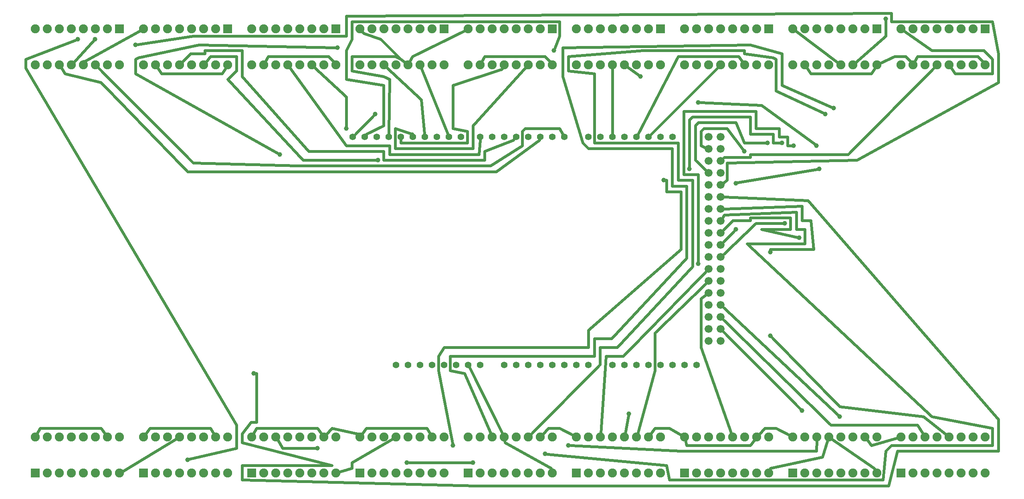
<source format=gbl>
G04 MADE WITH FRITZING*
G04 WWW.FRITZING.ORG*
G04 DOUBLE SIDED*
G04 HOLES PLATED*
G04 CONTOUR ON CENTER OF CONTOUR VECTOR*
%ASAXBY*%
%FSLAX23Y23*%
%MOIN*%
%OFA0B0*%
%SFA1.0B1.0*%
%ADD10C,0.039370*%
%ADD11C,0.055990*%
%ADD12C,0.065993*%
%ADD13C,0.065965*%
%ADD14C,0.075000*%
%ADD15R,0.075000X0.075000*%
%ADD16C,0.024000*%
%LNCOPPER0*%
G90*
G70*
G54D10*
X6108Y3007D03*
X6900Y799D03*
X6324Y1471D03*
X4644Y559D03*
X6588Y847D03*
X6300Y3079D03*
X2796Y3199D03*
X6420Y3079D03*
X5652Y2863D03*
X5148Y823D03*
X5724Y2071D03*
X6516Y3055D03*
X3060Y2935D03*
X6780Y3319D03*
X6444Y2407D03*
X5244Y3631D03*
X6852Y3367D03*
X6036Y2359D03*
X4524Y3847D03*
X3684Y559D03*
X5436Y2767D03*
X5724Y3415D03*
X6708Y3055D03*
X6564Y2287D03*
X3300Y415D03*
X3852Y415D03*
X4452Y487D03*
X708Y3943D03*
X2556Y535D03*
X6324Y2167D03*
X7284Y4111D03*
X2724Y3871D03*
X2244Y2983D03*
X3036Y3319D03*
X2028Y1159D03*
X1476Y439D03*
X564Y3943D03*
X1044Y3895D03*
X6732Y2863D03*
X6036Y2743D03*
G54D11*
X5111Y1229D03*
X3511Y1229D03*
X5211Y1229D03*
X5311Y1229D03*
X5411Y1229D03*
X5511Y1229D03*
G54D12*
X5811Y2629D03*
G54D11*
X5611Y1229D03*
X5711Y1229D03*
X3551Y3129D03*
X4111Y1229D03*
X4211Y1229D03*
X4311Y1229D03*
X4411Y1229D03*
G54D12*
X5811Y1829D03*
G54D11*
X4511Y1229D03*
X4611Y1229D03*
X4711Y1229D03*
X4811Y1229D03*
X4311Y3129D03*
G54D12*
X5811Y3029D03*
X5811Y2229D03*
X5811Y1429D03*
G54D11*
X3151Y3129D03*
X3911Y1229D03*
X3911Y3129D03*
G54D12*
X5811Y2829D03*
X5811Y2429D03*
G54D13*
X5811Y2029D03*
G54D11*
X5511Y3129D03*
G54D12*
X5811Y1629D03*
G54D11*
X5411Y3129D03*
X5311Y3129D03*
X5211Y3129D03*
X5111Y3129D03*
X5011Y3129D03*
X4911Y3129D03*
X4811Y3129D03*
X2951Y3129D03*
X3351Y3129D03*
X3751Y3129D03*
X3311Y1229D03*
X3711Y1229D03*
X4511Y3129D03*
X4111Y3129D03*
G54D12*
X5811Y3129D03*
X5811Y2929D03*
X5811Y2729D03*
X5811Y2529D03*
X5811Y2329D03*
X5811Y2129D03*
X5811Y1929D03*
X5811Y1729D03*
G54D13*
X5811Y1529D03*
G54D11*
X2851Y3129D03*
X3051Y3129D03*
X3251Y3129D03*
X3451Y3129D03*
X3651Y3129D03*
X3211Y1229D03*
X3411Y1229D03*
X3611Y1229D03*
X3811Y1229D03*
X4611Y3129D03*
X4411Y3129D03*
X4211Y3129D03*
X4011Y3129D03*
G54D12*
X5911Y3129D03*
X5911Y3029D03*
X5911Y2929D03*
X5911Y2829D03*
X5911Y2729D03*
X5911Y2629D03*
X5911Y2529D03*
X5911Y2429D03*
X5911Y2329D03*
X5911Y2229D03*
X5911Y2129D03*
G54D13*
X5911Y2029D03*
G54D12*
X5911Y1929D03*
X5911Y1829D03*
X5911Y1729D03*
X5911Y1629D03*
G54D13*
X5911Y1529D03*
G54D12*
X5911Y1429D03*
G54D11*
X5011Y1229D03*
G54D14*
X911Y4029D03*
X911Y3729D03*
X811Y4029D03*
X811Y3729D03*
X711Y4029D03*
X711Y3729D03*
X611Y4029D03*
X611Y3729D03*
X511Y4029D03*
X511Y3729D03*
X411Y4029D03*
X411Y3729D03*
X311Y4029D03*
X311Y3729D03*
X211Y4029D03*
X211Y3729D03*
X7411Y329D03*
X7411Y629D03*
X7511Y329D03*
X7511Y629D03*
X7611Y329D03*
X7611Y629D03*
X7711Y329D03*
X7711Y629D03*
X7811Y329D03*
X7811Y629D03*
X7911Y329D03*
X7911Y629D03*
X8011Y329D03*
X8011Y629D03*
X8111Y329D03*
X8111Y629D03*
X1811Y4029D03*
X1811Y3729D03*
X1711Y4029D03*
X1711Y3729D03*
X1611Y4029D03*
X1611Y3729D03*
X1511Y4029D03*
X1511Y3729D03*
X1411Y4029D03*
X1411Y3729D03*
X1311Y4029D03*
X1311Y3729D03*
X1211Y4029D03*
X1211Y3729D03*
X1111Y4029D03*
X1111Y3729D03*
X2711Y4029D03*
X2711Y3729D03*
X2611Y4029D03*
X2611Y3729D03*
X2511Y4029D03*
X2511Y3729D03*
X2411Y4029D03*
X2411Y3729D03*
X2311Y4029D03*
X2311Y3729D03*
X2211Y4029D03*
X2211Y3729D03*
X2111Y4029D03*
X2111Y3729D03*
X2011Y4029D03*
X2011Y3729D03*
X3611Y4029D03*
X3611Y3729D03*
X3511Y4029D03*
X3511Y3729D03*
X3411Y4029D03*
X3411Y3729D03*
X3311Y4029D03*
X3311Y3729D03*
X3211Y4029D03*
X3211Y3729D03*
X3111Y4029D03*
X3111Y3729D03*
X3011Y4029D03*
X3011Y3729D03*
X2911Y4029D03*
X2911Y3729D03*
X4511Y4029D03*
X4511Y3729D03*
X4411Y4029D03*
X4411Y3729D03*
X4311Y4029D03*
X4311Y3729D03*
X4211Y4029D03*
X4211Y3729D03*
X4111Y4029D03*
X4111Y3729D03*
X4011Y4029D03*
X4011Y3729D03*
X3911Y4029D03*
X3911Y3729D03*
X3811Y4029D03*
X3811Y3729D03*
X5411Y4029D03*
X5411Y3729D03*
X5311Y4029D03*
X5311Y3729D03*
X5211Y4029D03*
X5211Y3729D03*
X5111Y4029D03*
X5111Y3729D03*
X5011Y4029D03*
X5011Y3729D03*
X4911Y4029D03*
X4911Y3729D03*
X4811Y4029D03*
X4811Y3729D03*
X4711Y4029D03*
X4711Y3729D03*
X6311Y4029D03*
X6311Y3729D03*
X6211Y4029D03*
X6211Y3729D03*
X6111Y4029D03*
X6111Y3729D03*
X6011Y4029D03*
X6011Y3729D03*
X5911Y4029D03*
X5911Y3729D03*
X5811Y4029D03*
X5811Y3729D03*
X5711Y4029D03*
X5711Y3729D03*
X5611Y4029D03*
X5611Y3729D03*
X7211Y4029D03*
X7211Y3729D03*
X7111Y4029D03*
X7111Y3729D03*
X7011Y4029D03*
X7011Y3729D03*
X6911Y4029D03*
X6911Y3729D03*
X6811Y4029D03*
X6811Y3729D03*
X6711Y4029D03*
X6711Y3729D03*
X6611Y4029D03*
X6611Y3729D03*
X6511Y4029D03*
X6511Y3729D03*
X8111Y4029D03*
X8111Y3729D03*
X8011Y4029D03*
X8011Y3729D03*
X7911Y4029D03*
X7911Y3729D03*
X7811Y4029D03*
X7811Y3729D03*
X7711Y4029D03*
X7711Y3729D03*
X7611Y4029D03*
X7611Y3729D03*
X7511Y4029D03*
X7511Y3729D03*
X7411Y4029D03*
X7411Y3729D03*
X211Y329D03*
X211Y629D03*
X311Y329D03*
X311Y629D03*
X411Y329D03*
X411Y629D03*
X511Y329D03*
X511Y629D03*
X611Y329D03*
X611Y629D03*
X711Y329D03*
X711Y629D03*
X811Y329D03*
X811Y629D03*
X911Y329D03*
X911Y629D03*
X1111Y329D03*
X1111Y629D03*
X1211Y329D03*
X1211Y629D03*
X1311Y329D03*
X1311Y629D03*
X1411Y329D03*
X1411Y629D03*
X1511Y329D03*
X1511Y629D03*
X1611Y329D03*
X1611Y629D03*
X1711Y329D03*
X1711Y629D03*
X1811Y329D03*
X1811Y629D03*
X2011Y329D03*
X2011Y629D03*
X2111Y329D03*
X2111Y629D03*
X2211Y329D03*
X2211Y629D03*
X2311Y329D03*
X2311Y629D03*
X2411Y329D03*
X2411Y629D03*
X2511Y329D03*
X2511Y629D03*
X2611Y329D03*
X2611Y629D03*
X2711Y329D03*
X2711Y629D03*
X2911Y329D03*
X2911Y629D03*
X3011Y329D03*
X3011Y629D03*
X3111Y329D03*
X3111Y629D03*
X3211Y329D03*
X3211Y629D03*
X3311Y329D03*
X3311Y629D03*
X3411Y329D03*
X3411Y629D03*
X3511Y329D03*
X3511Y629D03*
X3611Y329D03*
X3611Y629D03*
X3811Y329D03*
X3811Y629D03*
X3911Y329D03*
X3911Y629D03*
X4011Y329D03*
X4011Y629D03*
X4111Y329D03*
X4111Y629D03*
X4211Y329D03*
X4211Y629D03*
X4311Y329D03*
X4311Y629D03*
X4411Y329D03*
X4411Y629D03*
X4511Y329D03*
X4511Y629D03*
X4711Y329D03*
X4711Y629D03*
X4811Y329D03*
X4811Y629D03*
X4911Y329D03*
X4911Y629D03*
X5011Y329D03*
X5011Y629D03*
X5111Y329D03*
X5111Y629D03*
X5211Y329D03*
X5211Y629D03*
X5311Y329D03*
X5311Y629D03*
X5411Y329D03*
X5411Y629D03*
X5611Y329D03*
X5611Y629D03*
X5711Y329D03*
X5711Y629D03*
X5811Y329D03*
X5811Y629D03*
X5911Y329D03*
X5911Y629D03*
X6011Y329D03*
X6011Y629D03*
X6111Y329D03*
X6111Y629D03*
X6211Y329D03*
X6211Y629D03*
X6311Y329D03*
X6311Y629D03*
X6511Y329D03*
X6511Y629D03*
X6611Y329D03*
X6611Y629D03*
X6711Y329D03*
X6711Y629D03*
X6811Y329D03*
X6811Y629D03*
X6911Y329D03*
X6911Y629D03*
X7011Y329D03*
X7011Y629D03*
X7111Y329D03*
X7111Y629D03*
X7211Y329D03*
X7211Y629D03*
G54D15*
X911Y4029D03*
X7411Y329D03*
X1811Y4029D03*
X2711Y4029D03*
X3611Y4029D03*
X4511Y4029D03*
X5411Y4029D03*
X6311Y4029D03*
X7211Y4029D03*
X8111Y4029D03*
X211Y329D03*
X1111Y329D03*
X2011Y329D03*
X2911Y329D03*
X3811Y329D03*
X4711Y329D03*
X5611Y329D03*
X6511Y329D03*
G54D16*
X5011Y3700D02*
X5011Y3156D01*
D02*
X3422Y3702D02*
X3641Y3154D01*
D02*
X3132Y3709D02*
X3420Y3439D01*
X3420Y3439D02*
X3448Y3156D01*
D02*
X5891Y3708D02*
X5331Y3148D01*
D02*
X6002Y656D02*
X5748Y1375D01*
D02*
X5748Y1375D02*
X5748Y1783D01*
D02*
X5748Y1783D02*
X5787Y1811D01*
D02*
X6097Y3022D02*
X5964Y3199D01*
D02*
X5964Y3199D02*
X5772Y3199D01*
D02*
X5772Y3199D02*
X5748Y3175D01*
D02*
X5748Y3175D02*
X5748Y3055D01*
D02*
X5748Y3055D02*
X5784Y3040D01*
D02*
X7596Y653D02*
X7548Y727D01*
D02*
X7548Y727D02*
X6828Y727D01*
D02*
X6828Y727D02*
X5932Y1608D01*
D02*
X6886Y812D02*
X5933Y1708D01*
D02*
X6094Y3752D02*
X6060Y3799D01*
X6060Y3799D02*
X5556Y3799D01*
X5556Y3799D02*
X5224Y3153D01*
D02*
X5219Y656D02*
X5364Y1183D01*
D02*
X5364Y1183D02*
X5364Y1495D01*
D02*
X5364Y1495D02*
X5790Y1908D01*
D02*
X7789Y646D02*
X7596Y799D01*
D02*
X7596Y799D02*
X6900Y883D01*
D02*
X6900Y883D02*
X6337Y1458D01*
D02*
X1227Y3705D02*
X1260Y3655D01*
X1260Y3655D02*
X1764Y3655D01*
X1764Y3655D02*
X1796Y3705D01*
D02*
X2693Y3751D02*
X2652Y3799D01*
X2652Y3799D02*
X2148Y3799D01*
X2148Y3799D02*
X2124Y3754D01*
D02*
X4493Y3751D02*
X4452Y3799D01*
D02*
X4452Y3799D02*
X3948Y3799D01*
X3948Y3799D02*
X3924Y3754D01*
D02*
X7196Y3705D02*
X7164Y3655D01*
X7164Y3655D02*
X6660Y3655D01*
X6660Y3655D02*
X6627Y3705D01*
D02*
X7493Y3751D02*
X7452Y3799D01*
X7452Y3799D02*
X7356Y3799D01*
X7356Y3799D02*
X7237Y3741D01*
D02*
X8093Y3751D02*
X8052Y3799D01*
D02*
X8052Y3799D02*
X7548Y3799D01*
X7548Y3799D02*
X7524Y3754D01*
D02*
X4686Y642D02*
X4572Y703D01*
D02*
X4572Y703D02*
X4476Y703D01*
D02*
X4476Y703D02*
X4430Y650D01*
D02*
X5587Y643D02*
X5484Y703D01*
D02*
X5484Y703D02*
X5364Y703D01*
D02*
X5364Y703D02*
X5328Y652D01*
D02*
X6193Y606D02*
X6156Y559D01*
D02*
X6156Y559D02*
X5628Y559D01*
D02*
X5628Y559D02*
X5618Y601D01*
D02*
X6486Y642D02*
X6372Y703D01*
D02*
X6372Y703D02*
X6276Y703D01*
D02*
X6276Y703D02*
X6230Y650D01*
D02*
X2928Y652D02*
X2964Y703D01*
D02*
X2964Y703D02*
X3468Y703D01*
D02*
X3468Y703D02*
X3497Y653D01*
D02*
X2630Y650D02*
X2676Y703D01*
D02*
X2676Y703D02*
X2892Y655D01*
D02*
X2892Y655D02*
X2894Y652D01*
D02*
X7384Y621D02*
X7164Y559D01*
D02*
X7164Y559D02*
X7129Y606D01*
D02*
X2025Y654D02*
X2052Y703D01*
D02*
X2052Y703D02*
X2556Y703D01*
D02*
X2556Y703D02*
X2594Y652D01*
D02*
X1128Y652D02*
X1164Y703D01*
D02*
X1164Y703D02*
X1668Y703D01*
D02*
X1668Y703D02*
X1697Y653D01*
D02*
X225Y654D02*
X252Y703D01*
D02*
X252Y703D02*
X756Y703D01*
D02*
X756Y703D02*
X794Y652D01*
D02*
X6710Y600D02*
X6708Y511D01*
D02*
X6708Y511D02*
X5580Y511D01*
D02*
X5580Y511D02*
X4663Y558D01*
D02*
X4098Y3703D02*
X4092Y3691D01*
X4092Y3691D02*
X3684Y3559D01*
X3684Y3559D02*
X3684Y3199D01*
D02*
X3684Y3199D02*
X3804Y3175D01*
D02*
X3804Y3175D02*
X3804Y3079D01*
D02*
X3804Y3079D02*
X3252Y3079D01*
D02*
X3252Y3079D02*
X3252Y3101D01*
D02*
X7691Y3708D02*
X6972Y2983D01*
D02*
X6972Y2983D02*
X6156Y2983D01*
D02*
X6156Y2983D02*
X6156Y2959D01*
D02*
X6156Y2959D02*
X5940Y2959D01*
D02*
X5940Y2959D02*
X5932Y2950D01*
D02*
X4292Y3707D02*
X3852Y3223D01*
D02*
X3852Y3223D02*
X3852Y3031D01*
D02*
X3852Y3031D02*
X3204Y3031D01*
D02*
X3204Y3031D02*
X3204Y3199D01*
D02*
X3204Y3199D02*
X3348Y3151D01*
D02*
X3348Y3151D02*
X3347Y3156D01*
D02*
X4913Y657D02*
X4956Y1303D01*
D02*
X4956Y1303D02*
X5100Y1303D01*
D02*
X5100Y1303D02*
X5790Y2007D01*
D02*
X6575Y861D02*
X5932Y1507D01*
D02*
X6281Y3079D02*
X6108Y3079D01*
D02*
X6108Y3079D02*
X6036Y3247D01*
D02*
X6036Y3247D02*
X5724Y3247D01*
D02*
X5724Y3247D02*
X5700Y3223D01*
D02*
X5700Y3223D02*
X5700Y2935D01*
D02*
X5700Y2935D02*
X5790Y2849D01*
D02*
X2532Y3709D02*
X2796Y3463D01*
X2796Y3463D02*
X2796Y3218D01*
D02*
X2328Y3705D02*
X2796Y3055D01*
D02*
X2796Y3055D02*
X3156Y3055D01*
D02*
X3156Y3055D02*
X3156Y2983D01*
D02*
X3156Y2983D02*
X3900Y2983D01*
D02*
X3900Y2983D02*
X3909Y3101D01*
D02*
X6401Y3079D02*
X6348Y3079D01*
D02*
X6348Y3079D02*
X6348Y3151D01*
D02*
X6348Y3151D02*
X6156Y3151D01*
D02*
X6156Y3151D02*
X6156Y3295D01*
D02*
X6156Y3295D02*
X5676Y3295D01*
D02*
X5676Y3295D02*
X5652Y3271D01*
D02*
X5652Y3271D02*
X5652Y2882D01*
D02*
X5117Y657D02*
X5144Y805D01*
D02*
X5724Y2090D02*
X5724Y2815D01*
D02*
X5724Y2815D02*
X5604Y2815D01*
D02*
X5604Y2815D02*
X5604Y3343D01*
D02*
X5604Y3343D02*
X6204Y3343D01*
D02*
X6204Y3343D02*
X6204Y3199D01*
D02*
X6204Y3199D02*
X6396Y3199D01*
D02*
X6396Y3199D02*
X6396Y3127D01*
D02*
X6396Y3127D02*
X6468Y3127D01*
D02*
X6468Y3127D02*
X6468Y3055D01*
D02*
X6468Y3055D02*
X6497Y3055D01*
D02*
X1629Y3751D02*
X1668Y3799D01*
X1668Y3799D02*
X1884Y3799D01*
X1884Y3799D02*
X1884Y3679D01*
X1884Y3679D02*
X1812Y3607D01*
X1812Y3607D02*
X2436Y2935D01*
D02*
X2436Y2935D02*
X3041Y2935D01*
D02*
X4331Y649D02*
X4908Y1231D01*
D02*
X4908Y1231D02*
X4908Y1375D01*
D02*
X4908Y1375D02*
X5052Y1375D01*
D02*
X5052Y1375D02*
X5676Y2047D01*
D02*
X5676Y2047D02*
X5676Y2767D01*
D02*
X5676Y2767D02*
X5556Y2767D01*
D02*
X5556Y2767D02*
X5556Y3079D01*
D02*
X5556Y3079D02*
X4860Y3079D01*
D02*
X4860Y3079D02*
X4860Y3655D01*
D02*
X4860Y3655D02*
X4644Y3679D01*
X4644Y3679D02*
X4644Y3799D01*
X4644Y3799D02*
X5268Y3847D01*
X5268Y3847D02*
X6108Y3847D01*
X6108Y3847D02*
X6108Y3823D01*
X6108Y3823D02*
X6348Y3787D01*
X6348Y3787D02*
X6372Y3775D01*
X6372Y3775D02*
X6372Y3511D01*
X6372Y3511D02*
X6763Y3327D01*
D02*
X6425Y2407D02*
X6204Y2407D01*
D02*
X6204Y2407D02*
X5933Y2149D01*
D02*
X1431Y3749D02*
X1500Y3823D01*
D02*
X1500Y3823D02*
X1620Y3823D01*
X1620Y3823D02*
X1620Y3847D01*
X1620Y3847D02*
X1932Y3847D01*
X1932Y3847D02*
X1932Y3631D01*
X1932Y3631D02*
X2484Y3007D01*
D02*
X2484Y3007D02*
X3108Y3007D01*
D02*
X3108Y3007D02*
X3108Y2935D01*
D02*
X3108Y2935D02*
X3948Y2935D01*
D02*
X3948Y2935D02*
X3948Y3007D01*
D02*
X3948Y3007D02*
X4188Y3103D01*
D02*
X4188Y3103D02*
X4192Y3108D01*
D02*
X612Y3757D02*
X612Y3751D01*
D02*
X612Y3751D02*
X1086Y4015D01*
D02*
X3289Y3746D02*
X3252Y3775D01*
D02*
X3252Y3775D02*
X3084Y3943D01*
X3084Y3943D02*
X2940Y3991D01*
X2940Y3991D02*
X2929Y4006D01*
D02*
X3786Y4016D02*
X3348Y3799D01*
X3348Y3799D02*
X3324Y3754D01*
D02*
X5134Y3712D02*
X5229Y3642D01*
D02*
X6888Y3746D02*
X6534Y4011D01*
D02*
X7827Y3705D02*
X7860Y3655D01*
D02*
X7860Y3655D02*
X8172Y3655D01*
D02*
X8172Y3655D02*
X8172Y3775D01*
D02*
X8172Y3775D02*
X8100Y3847D01*
D02*
X8100Y3847D02*
X7668Y3847D01*
D02*
X7668Y3847D02*
X7435Y4012D01*
D02*
X3152Y3156D02*
X3156Y3607D01*
X3156Y3607D02*
X3108Y3631D01*
X3108Y3631D02*
X2844Y3679D01*
X2844Y3679D02*
X2844Y3799D01*
X2844Y3799D02*
X3204Y3799D01*
X3204Y3799D02*
X3252Y3775D01*
D02*
X4098Y654D02*
X3824Y1204D01*
D02*
X4503Y356D02*
X4500Y367D01*
D02*
X4500Y367D02*
X4116Y583D01*
D02*
X4116Y583D02*
X4114Y600D01*
D02*
X2739Y337D02*
X2844Y367D01*
D02*
X2844Y367D02*
X2844Y415D01*
D02*
X2844Y415D02*
X3187Y614D01*
D02*
X936Y343D02*
X1387Y614D01*
D02*
X6802Y601D02*
X6756Y463D01*
D02*
X6756Y463D02*
X6324Y367D01*
D02*
X6324Y367D02*
X6320Y356D01*
D02*
X7196Y353D02*
X7188Y367D01*
D02*
X7188Y367D02*
X6835Y612D01*
D02*
X4000Y655D02*
X3780Y1159D01*
D02*
X3780Y1159D02*
X3660Y1183D01*
D02*
X3660Y1183D02*
X3660Y1303D01*
D02*
X3660Y1303D02*
X4860Y1303D01*
D02*
X4860Y1303D02*
X4860Y1447D01*
D02*
X4860Y1447D02*
X5004Y1447D01*
D02*
X5004Y1447D02*
X5628Y2119D01*
D02*
X5628Y2119D02*
X5628Y2719D01*
D02*
X5628Y2719D02*
X5508Y2719D01*
D02*
X5508Y2719D02*
X5508Y3031D01*
D02*
X5508Y3031D02*
X4812Y3031D01*
D02*
X4812Y3031D02*
X4764Y3079D01*
D02*
X4764Y3079D02*
X4596Y3631D01*
D02*
X4596Y3631D02*
X4596Y3871D01*
X4596Y3871D02*
X6156Y3895D01*
X6156Y3895D02*
X6420Y3823D01*
X6420Y3823D02*
X6420Y3559D01*
X6420Y3559D02*
X6835Y3375D01*
D02*
X6023Y2346D02*
X5932Y2250D01*
D02*
X4531Y3865D02*
X4572Y3967D01*
X4572Y3967D02*
X4572Y4087D01*
X4572Y4087D02*
X2844Y4087D01*
X2844Y4087D02*
X2844Y3943D01*
X2844Y3943D02*
X2796Y3847D01*
X2796Y3847D02*
X2796Y3607D01*
X2796Y3607D02*
X3108Y3559D01*
X3108Y3559D02*
X3108Y3223D01*
D02*
X3108Y3223D02*
X2964Y3151D01*
D02*
X2964Y3151D02*
X2965Y3153D01*
D02*
X3680Y578D02*
X3564Y1183D01*
D02*
X3564Y1183D02*
X3564Y1303D01*
D02*
X3564Y1303D02*
X3612Y1375D01*
D02*
X3612Y1375D02*
X4812Y1375D01*
D02*
X4812Y1375D02*
X4812Y1519D01*
D02*
X4812Y1519D02*
X5580Y2191D01*
D02*
X5580Y2191D02*
X5580Y2671D01*
D02*
X5580Y2671D02*
X5460Y2671D01*
D02*
X5460Y2671D02*
X5460Y2767D01*
D02*
X5460Y2767D02*
X5455Y2767D01*
D02*
X5743Y3414D02*
X6252Y3391D01*
D02*
X6252Y3391D02*
X6693Y3067D01*
D02*
X6546Y2292D02*
X6252Y2359D01*
D02*
X6252Y2359D02*
X6492Y2359D01*
D02*
X6492Y2359D02*
X6492Y2455D01*
D02*
X6492Y2455D02*
X6156Y2455D01*
D02*
X6156Y2455D02*
X6156Y2431D01*
D02*
X6156Y2431D02*
X6012Y2431D01*
D02*
X6012Y2431D02*
X5932Y2350D01*
D02*
X3319Y415D02*
X3833Y415D01*
D02*
X4471Y485D02*
X5460Y391D01*
D02*
X5460Y391D02*
X5484Y271D01*
D02*
X5484Y271D02*
X7260Y271D01*
D02*
X7260Y271D02*
X7284Y511D01*
D02*
X7284Y511D02*
X7332Y559D01*
D02*
X7332Y559D02*
X8172Y559D01*
D02*
X8172Y559D02*
X8172Y703D01*
D02*
X8172Y703D02*
X7668Y799D01*
D02*
X7668Y799D02*
X6132Y2239D01*
D02*
X6132Y2239D02*
X6612Y2239D01*
D02*
X6612Y2239D02*
X6612Y2359D01*
D02*
X6612Y2359D02*
X6540Y2359D01*
D02*
X6540Y2359D02*
X6540Y2503D01*
D02*
X6540Y2503D02*
X5940Y2479D01*
D02*
X5940Y2479D02*
X5926Y2455D01*
D02*
X731Y3708D02*
X1524Y2911D01*
D02*
X1524Y2911D02*
X2388Y2887D01*
D02*
X2388Y2887D02*
X3996Y2887D01*
D02*
X3996Y2887D02*
X4260Y3055D01*
D02*
X4260Y3055D02*
X4260Y3175D01*
D02*
X4260Y3175D02*
X4284Y3199D01*
D02*
X4284Y3199D02*
X4572Y3199D01*
D02*
X4572Y3199D02*
X4598Y3153D01*
D02*
X426Y3704D02*
X456Y3655D01*
D02*
X456Y3655D02*
X756Y3583D01*
X756Y3583D02*
X1476Y2839D01*
D02*
X1476Y2839D02*
X4044Y2839D01*
D02*
X4044Y2839D02*
X4404Y3103D01*
D02*
X4404Y3103D02*
X4404Y3102D01*
D02*
X531Y3750D02*
X695Y3929D01*
D02*
X2226Y604D02*
X2268Y535D01*
D02*
X2268Y535D02*
X2537Y535D01*
D02*
X6324Y2186D02*
X6324Y2191D01*
D02*
X6324Y2191D02*
X6684Y2191D01*
D02*
X6684Y2191D02*
X6660Y2431D01*
D02*
X6660Y2431D02*
X6588Y2431D01*
D02*
X6588Y2431D02*
X6588Y2551D01*
D02*
X6588Y2551D02*
X5941Y2530D01*
D02*
X7033Y3747D02*
X7284Y3967D01*
X7284Y3967D02*
X7284Y4092D01*
D02*
X2705Y3872D02*
X1572Y3895D01*
X1572Y3895D02*
X1068Y3787D01*
X1068Y3787D02*
X1044Y3775D01*
X1044Y3775D02*
X1044Y3655D01*
X1044Y3655D02*
X2227Y2993D01*
D02*
X3023Y3306D02*
X2871Y3149D01*
D02*
X2047Y1159D02*
X2052Y1159D01*
D02*
X2052Y1159D02*
X2052Y751D01*
D02*
X2052Y751D02*
X2004Y751D01*
D02*
X2004Y751D02*
X1932Y655D01*
D02*
X1932Y655D02*
X1932Y583D01*
D02*
X1932Y583D02*
X2676Y391D01*
D02*
X2676Y391D02*
X1932Y391D01*
D02*
X1932Y391D02*
X1932Y271D01*
D02*
X1932Y271D02*
X3876Y223D01*
D02*
X3876Y223D02*
X7308Y223D01*
D02*
X7308Y223D02*
X7380Y511D01*
D02*
X7380Y511D02*
X8220Y511D01*
D02*
X8220Y511D02*
X8220Y775D01*
D02*
X8220Y775D02*
X6636Y2599D01*
D02*
X6636Y2599D02*
X5941Y2627D01*
D02*
X1494Y444D02*
X1884Y535D01*
D02*
X1884Y535D02*
X1884Y727D01*
D02*
X1884Y727D02*
X132Y3703D01*
D02*
X132Y3703D02*
X132Y3775D01*
X132Y3775D02*
X546Y3936D01*
D02*
X1063Y3898D02*
X1524Y3967D01*
X1524Y3967D02*
X2796Y3967D01*
X2796Y3967D02*
X2796Y4135D01*
X2796Y4135D02*
X7332Y4159D01*
X7332Y4159D02*
X7332Y4087D01*
X7332Y4087D02*
X8172Y4087D01*
D02*
X8172Y4087D02*
X8220Y3823D01*
D02*
X8220Y3823D02*
X8220Y3583D01*
D02*
X8220Y3583D02*
X7044Y2935D01*
D02*
X7044Y2935D02*
X5964Y2911D01*
D02*
X5964Y2911D02*
X5964Y2767D01*
D02*
X5964Y2767D02*
X5935Y2746D01*
D02*
X6713Y2860D02*
X6055Y2747D01*
G04 End of Copper0*
M02*
</source>
